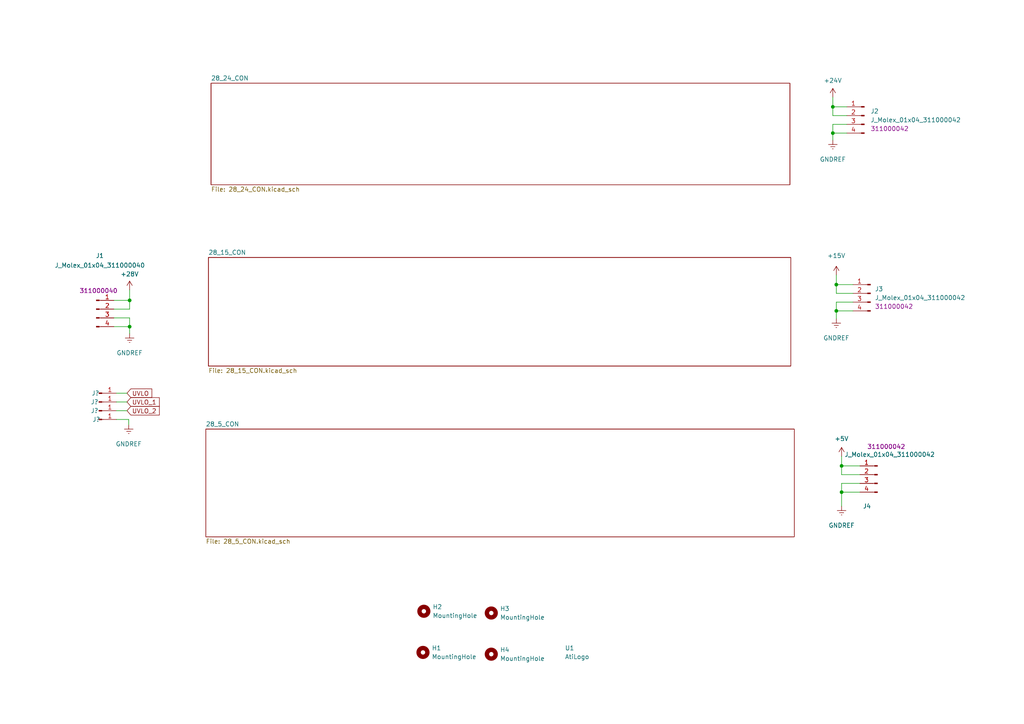
<source format=kicad_sch>
(kicad_sch (version 20211123) (generator eeschema)
  (paper "A4")
  (title_block (title "CON0100") (date "2023-01-10") (rev "V1.0") (company "Ati Motors Pvt Ltd") (comment 1 "Aslesh Kumar A & Soundhar") (comment 2 "Designed by") (comment 3 "Sudhir P ") (comment 4 "Reviewed by ") (comment 5 "Approved by") (comment 6 "Naveen"))
  (lib_symbols
    (symbol "Ati:AtiLogo" (pin_names (offset 1.016))
      (property "Reference" "U" (at 0 0 0))
      (property "Value" "AtiLogo" (at 0 0 0))
    )
    (symbol "Ati:J_Molex_01x04_311000040" (pin_names (offset 1.016) hide)
      (property "Reference" "J" (at 0 5.08 0))
      (property "Value" "J_Molex_01x04_311000040" (at 0 -7.62 0))
      (property "MPN" "311000040" (at 0 0 0))
      (symbol "J_Molex_01x04_311000040_1_1"
        (polyline (pts (xy 1.27 -5.08) (xy 0.8636 -5.08)) (stroke (width 0.1524)))
        (polyline (pts (xy 1.27 -2.54) (xy 0.8636 -2.54)) (stroke (width 0.1524)))
        (polyline (pts (xy 1.27 0) (xy 0.8636 0)) (stroke (width 0.1524)))
        (polyline (pts (xy 1.27 2.54) (xy 0.8636 2.54)) (stroke (width 0.1524)))
        (rectangle (start 0.8636 -4.953) (end 0 -5.207) (stroke (width 0.1524)) (fill (type outline)))
        (rectangle (start 0.8636 -2.413) (end 0 -2.667) (stroke (width 0.1524)) (fill (type outline)))
        (rectangle (start 0.8636 0.127) (end 0 -0.127) (stroke (width 0.1524)) (fill (type outline)))
        (rectangle (start 0.8636 2.667) (end 0 2.413) (stroke (width 0.1524)) (fill (type outline)))
        (pin passive line (at 5.08 2.54 180) (length 3.81) (name "Pin_1") (number "1"))
        (pin passive line (at 5.08 0 180) (length 3.81) (name "Pin_2") (number "2"))
        (pin passive line (at 5.08 -2.54 180) (length 3.81) (name "Pin_3") (number "3"))
        (pin passive line (at 5.08 -5.08 180) (length 3.81) (name "Pin_4") (number "4"))
      )
    )
    (symbol "Ati:J_Molex_01x04_311000042" (pin_names (offset 1.016) hide)
      (property "Reference" "J" (at 0 5.08 0))
      (property "Value" "J_Molex_01x04_311000042" (at 0 -7.62 0))
      (property "MPN" "311000042" (at 0 0 0))
      (symbol "J_Molex_01x04_311000042_1_1"
        (polyline (pts (xy 1.27 -5.08) (xy 0.8636 -5.08)) (stroke (width 0.1524)))
        (polyline (pts (xy 1.27 -2.54) (xy 0.8636 -2.54)) (stroke (width 0.1524)))
        (polyline (pts (xy 1.27 0) (xy 0.8636 0)) (stroke (width 0.1524)))
        (polyline (pts (xy 1.27 2.54) (xy 0.8636 2.54)) (stroke (width 0.1524)))
        (rectangle (start 0.8636 -4.953) (end 0 -5.207) (stroke (width 0.1524)) (fill (type outline)))
        (rectangle (start 0.8636 -2.413) (end 0 -2.667) (stroke (width 0.1524)) (fill (type outline)))
        (rectangle (start 0.8636 0.127) (end 0 -0.127) (stroke (width 0.1524)) (fill (type outline)))
        (rectangle (start 0.8636 2.667) (end 0 2.413) (stroke (width 0.1524)) (fill (type outline)))
        (pin passive line (at 5.08 2.54 180) (length 3.81) (name "Pin_1") (number "1"))
        (pin passive line (at 5.08 0 180) (length 3.81) (name "Pin_2") (number "2"))
        (pin passive line (at 5.08 -2.54 180) (length 3.81) (name "Pin_3") (number "3"))
        (pin passive line (at 5.08 -5.08 180) (length 3.81) (name "Pin_4") (number "4"))
      )
    )
    (symbol "Connector:Conn_01x01_Male" (pin_names (offset 1.016) hide)
      (property "Reference" "J" (at 0 2.54 0))
      (property "Value" "Conn_01x01_Male" (at 0 -2.54 0))
      (symbol "Conn_01x01_Male_1_1"
        (polyline (pts (xy 1.27 0) (xy 0.8636 0)) (stroke (width 0.1524)))
        (rectangle (start 0.8636 0.127) (end 0 -0.127) (stroke (width 0.1524)) (fill (type outline)))
        (pin passive line (at 5.08 0 180) (length 3.81) (name "Pin_1") (number "1"))
      )
    )
    (symbol "Mechanical:MountingHole" (pin_names (offset 1.016))
      (property "Reference" "H" (at 0 5.08 0))
      (property "Value" "MountingHole" (at 0 3.175 0))
      (symbol "MountingHole_0_1"
        (circle (center 0 0) (radius 1.27) (stroke (width 1.27)))
      )
    )
    (symbol "power:+15V" (power) (pin_names (offset 0))
      (property "Value" "+15V" (at 0 3.556 0))
      (symbol "+15V_0_1"
        (polyline (pts (xy -0.762 1.27) (xy 0 2.54)))
        (polyline (pts (xy 0 0) (xy 0 2.54)))
        (polyline (pts (xy 0 2.54) (xy 0.762 1.27)))
      )
      (symbol "+15V_1_1"
        (pin power_in line (at 0 0 90) (length 0) hide (name "+15V") (number "1"))
      )
    )
    (symbol "power:+24V" (power) (pin_names (offset 0))
      (property "Value" "+24V" (at 0 3.556 0))
      (symbol "+24V_0_1"
        (polyline (pts (xy -0.762 1.27) (xy 0 2.54)))
        (polyline (pts (xy 0 0) (xy 0 2.54)))
        (polyline (pts (xy 0 2.54) (xy 0.762 1.27)))
      )
      (symbol "+24V_1_1"
        (pin power_in line (at 0 0 90) (length 0) hide (name "+24V") (number "1"))
      )
    )
    (symbol "power:+28V" (power) (pin_names (offset 0))
      (property "Value" "+28V" (at 0 3.81 0))
      (symbol "+28V_0_1"
        (polyline (pts (xy -0.762 1.27) (xy 0 2.54)))
        (polyline (pts (xy 0 0) (xy 0 2.54)))
        (polyline (pts (xy 0 2.54) (xy 0.762 1.27)))
      )
      (symbol "+28V_1_1"
        (pin power_in line (at 0 0 90) (length 0) hide (name "+28V") (number "1"))
      )
    )
    (symbol "power:+5V" (power) (pin_names (offset 0))
      (property "Value" "+5V" (at 0 3.556 0))
      (symbol "+5V_0_1"
        (polyline (pts (xy -0.762 1.27) (xy 0 2.54)))
        (polyline (pts (xy 0 0) (xy 0 2.54)))
        (polyline (pts (xy 0 2.54) (xy 0.762 1.27)))
      )
      (symbol "+5V_1_1"
        (pin power_in line (at 0 0 90) (length 0) hide (name "+5V") (number "1"))
      )
    )
    (symbol "power:GNDREF" (power) (pin_names (offset 0))
      (property "Value" "GNDREF" (at 0 -3.81 0))
      (symbol "GNDREF_0_1"
        (polyline (pts (xy -0.635 -1.905) (xy 0.635 -1.905)))
        (polyline (pts (xy -0.127 -2.54) (xy 0.127 -2.54)))
        (polyline (pts (xy 0 -1.27) (xy 0 0)))
        (polyline (pts (xy 1.27 -1.27) (xy -1.27 -1.27)))
      )
      (symbol "GNDREF_1_1"
        (pin power_in line (at 0 0 270) (length 0) hide (name "GNDREF") (number "1"))
      )
    )
  )
  (junction (at 37.592 87.122))
  (junction (at 244.094 142.748))
  (junction (at 241.554 30.988))
  (junction (at 242.57 82.55))
  (junction (at 241.554 38.608))
  (junction (at 244.094 135.128))
  (junction (at 242.57 90.17))
  (junction (at 37.592 94.742))
  (wire (pts (xy 244.094 135.128) (xy 244.094 137.668)))
  (wire (pts (xy 242.57 90.17) (xy 242.57 92.456)))
  (wire (pts (xy 241.554 38.608) (xy 245.618 38.608)))
  (wire (pts (xy 241.554 28.194) (xy 241.554 30.988)))
  (wire (pts (xy 244.094 142.748) (xy 249.428 142.748)))
  (wire (pts (xy 37.592 89.662) (xy 37.592 87.122)))
  (wire (pts (xy 241.554 36.068) (xy 241.554 38.608)))
  (wire (pts (xy 33.782 119.126) (xy 36.83 119.126)))
  (wire (pts (xy 37.592 94.742) (xy 37.592 96.774)))
  (wire (pts (xy 33.782 121.666) (xy 37.338 121.666)))
  (wire (pts (xy 37.592 92.202) (xy 37.592 94.742)))
  (wire (pts (xy 33.02 87.122) (xy 37.592 87.122)))
  (wire (pts (xy 247.396 82.55) (xy 242.57 82.55)))
  (wire (pts (xy 242.57 90.17) (xy 247.396 90.17)))
  (wire (pts (xy 33.02 94.742) (xy 37.592 94.742)))
  (wire (pts (xy 33.782 116.586) (xy 36.83 116.586)))
  (wire (pts (xy 244.094 137.668) (xy 249.428 137.668)))
  (wire (pts (xy 244.094 132.334) (xy 244.094 135.128)))
  (wire (pts (xy 37.592 87.122) (xy 37.592 84.074)))
  (wire (pts (xy 33.02 92.202) (xy 37.592 92.202)))
  (wire (pts (xy 244.094 135.128) (xy 249.428 135.128)))
  (wire (pts (xy 33.02 89.662) (xy 37.592 89.662)))
  (wire (pts (xy 244.094 140.208) (xy 244.094 142.748)))
  (wire (pts (xy 241.554 36.068) (xy 245.618 36.068)))
  (wire (pts (xy 241.554 30.988) (xy 245.618 30.988)))
  (wire (pts (xy 244.094 140.208) (xy 249.428 140.208)))
  (wire (pts (xy 242.57 79.756) (xy 242.57 82.55)))
  (wire (pts (xy 242.57 85.09) (xy 247.396 85.09)))
  (wire (pts (xy 244.094 142.748) (xy 244.094 146.812)))
  (wire (pts (xy 241.554 33.528) (xy 245.618 33.528)))
  (wire (pts (xy 241.554 38.608) (xy 241.554 40.64)))
  (wire (pts (xy 242.57 87.63) (xy 247.396 87.63)))
  (wire (pts (xy 242.57 87.63) (xy 242.57 90.17)))
  (wire (pts (xy 37.338 123.19) (xy 37.338 121.666)))
  (wire (pts (xy 241.554 33.528) (xy 241.554 30.988)))
  (wire (pts (xy 242.57 82.55) (xy 242.57 85.09)))
  (wire (pts (xy 33.782 114.046) (xy 36.83 114.046)))
  (global_label "UVLO_2" (shape input) (at 36.83 119.126 0) (property "Intersheet References" "${INTERSHEET_REFS}" (effects hide)))
  (global_label "UVLO" (shape input) (at 36.83 114.046 0) (property "Intersheet References" "${INTERSHEET_REFS}" (effects hide)))
  (global_label "UVLO_1" (shape input) (at 36.83 116.586 0) (property "Intersheet References" "${INTERSHEET_REFS}" (effects hide)))
  (symbol (lib_id "power:GNDREF") (at 244.094 146.812 0) (unit 1)
    (property "Reference" "#PWR08" (effects hide))
    (property "Value" "GNDREF" (at 244.094 152.4 0))
  )
  (symbol (lib_id "Ati:AtiLogo") (at 162.814 189.23 0) (unit 1)
    (property "Reference" "U1" (at 163.83 187.9599 0) (effects (justify left)))
    (property "Value" "AtiLogo" (at 163.83 190.4999 0) (effects (justify left)))
    (property "Footprint" "ATI:atilogo_19.06_10.16mm" (effects hide))
  )
  (symbol (lib_id "power:GNDREF") (at 242.57 92.456 0) (unit 1)
    (property "Reference" "#PWR06" (effects hide))
    (property "Value" "GNDREF" (at 242.57 98.044 0))
  )
  (symbol (lib_id "Ati:J_Molex_01x04_311000042") (at 254.508 137.668 0) (mirror y) (unit 1)
    (property "Reference" "J4" (at 251.46 146.812 0))
    (property "Value" "J_Molex_01x04_311000042" (at 258.064 131.826 0))
    (property "Footprint" "ATI:Molex_311000042_4pos_1row_2.54mm_PolC" (effects hide))
    (property "Manufacturer" "Molex" (effects hide))
    (property "MPN" "311000042" (at 257.048 129.54 0))
  )
  (symbol (lib_id "power:+5V") (at 244.094 132.334 0) (unit 1)
    (property "Reference" "#PWR07" (effects hide))
    (property "Value" "+5V" (at 244.094 127.254 0))
  )
  (symbol (lib_id "Ati:J_Molex_01x04_311000042") (at 252.476 85.09 0) (mirror y) (unit 1)
    (property "Reference" "J3" (at 253.746 83.8199 0) (effects (justify right)))
    (property "Value" "J_Molex_01x04_311000042" (at 253.746 86.3599 0) (effects (justify right)))
    (property "Footprint" "ATI:Molex_311000042_4pos_1row_2.54mm_PolC" (effects hide))
    (property "Manufacturer" "Molex" (effects hide))
    (property "MPN" "311000042" (at 253.746 88.8999 0) (effects (justify right)))
  )
  (symbol (lib_id "Ati:J_Molex_01x04_311000040") (at 27.94 89.662 0) (unit 1)
    (property "Reference" "J1" (at 28.956 74.168 0))
    (property "Value" "J_Molex_01x04_311000040" (at 28.956 76.962 0))
    (property "Footprint" "ATI:Molex_311000040_4pos_1row_2.54mm_PolA" (effects hide))
    (property "Manufacturer" "Molex" (effects hide))
    (property "MPN" "311000040" (at 28.575 84.328 0))
  )
  (symbol (lib_id "Mechanical:MountingHole") (at 142.494 177.8 0) (unit 1)
    (property "Reference" "H3" (at 145.034 176.5299 0) (effects (justify left)))
    (property "Value" "MountingHole" (at 145.034 179.0699 0) (effects (justify left)))
    (property "Footprint" "MountingHole:MountingHole_3.5mm" (effects hide))
  )
  (symbol (lib_id "Mechanical:MountingHole") (at 122.682 189.23 0) (unit 1)
    (property "Reference" "H1" (at 125.222 187.9599 0) (effects (justify left)))
    (property "Value" "MountingHole" (at 125.222 190.4999 0) (effects (justify left)))
    (property "Footprint" "MountingHole:MountingHole_3.5mm" (effects hide))
  )
  (symbol (lib_id "Mechanical:MountingHole") (at 122.936 177.292 0) (unit 1)
    (property "Reference" "H2" (at 125.476 176.0219 0) (effects (justify left)))
    (property "Value" "MountingHole" (at 125.476 178.5619 0) (effects (justify left)))
    (property "Footprint" "MountingHole:MountingHole_3.5mm" (effects hide))
  )
  (symbol (lib_id "power:+15V") (at 242.57 79.756 0) (unit 1)
    (property "Reference" "#PWR05" (effects hide))
    (property "Value" "+15V" (at 242.57 74.168 0))
  )
  (symbol (lib_id "power:GNDREF") (at 241.554 40.64 0) (unit 1)
    (property "Reference" "#PWR04" (effects hide))
    (property "Value" "GNDREF" (at 241.554 46.228 0))
  )
  (symbol (lib_id "power:+28V") (at 37.592 84.074 0) (unit 1)
    (property "Reference" "#PWR01" (effects hide))
    (property "Value" "+28V" (at 37.592 79.502 0))
  )
  (symbol (lib_id "Connector:Conn_01x01_Male") (at 28.702 114.046 0) (unit 1)
    (property "Reference" "J?" (at 27.686 114.046 0))
    (property "Value" "Conn_01x01_Male" (effects hide))
  )
  (symbol (lib_id "Connector:Conn_01x01_Male") (at 28.702 119.126 0) (unit 1)
    (property "Reference" "J?" (at 27.432 119.126 0))
    (property "Value" "Conn_01x01_Male" (effects hide))
  )
  (symbol (lib_id "Ati:J_Molex_01x04_311000042") (at 250.698 33.528 0) (mirror y) (unit 1)
    (property "Reference" "J2" (at 252.476 32.2579 0) (effects (justify right)))
    (property "Value" "J_Molex_01x04_311000042" (at 252.476 34.7979 0) (effects (justify right)))
    (property "Footprint" "ATI:Molex_311000042_4pos_1row_2.54mm_PolC" (effects hide))
    (property "Manufacturer" "Molex" (effects hide))
    (property "MPN" "311000042" (at 252.476 37.3379 0) (effects (justify right)))
  )
  (symbol (lib_id "Connector:Conn_01x01_Male") (at 28.702 121.666 0) (unit 1)
    (property "Reference" "J?" (at 27.94 121.666 0))
    (property "Value" "Conn_01x01_Male" (effects hide))
  )
  (symbol (lib_id "power:GNDREF") (at 37.338 123.19 0) (unit 1)
    (property "Reference" "#PWR?" (effects hide))
    (property "Value" "GNDREF" (at 37.338 128.778 0))
  )
  (symbol (lib_id "power:GNDREF") (at 37.592 96.774 0) (unit 1)
    (property "Reference" "#PWR02" (effects hide))
    (property "Value" "GNDREF" (at 37.592 102.362 0))
  )
  (symbol (lib_id "power:+24V") (at 241.554 28.194 0) (unit 1)
    (property "Reference" "#PWR03" (effects hide))
    (property "Value" "+24V" (at 241.554 23.368 0))
  )
  (symbol (lib_id "Connector:Conn_01x01_Male") (at 28.702 116.586 0) (unit 1)
    (property "Reference" "J?" (at 27.432 116.586 0))
    (property "Value" "Conn_01x01_Male" (effects hide))
  )
  (symbol (lib_id "Mechanical:MountingHole") (at 142.494 189.738 0) (unit 1)
    (property "Reference" "H4" (at 145.034 188.4679 0) (effects (justify left)))
    (property "Value" "MountingHole" (at 145.034 191.0079 0) (effects (justify left)))
    (property "Footprint" "MountingHole:MountingHole_3.5mm" (effects hide))
  )
  (sheet (at 61.214 24.13) (size 167.894 29.464) (stroke (width 0.1524))
    (property "Sheet name" "28_24_CON" (at 61.214 23.4184 0) (effects (justify left bottom)))
    (property "Sheet file" "28_24_CON.kicad_sch" (at 61.214 54.1786 0) (effects (justify left top)))
  )
  (sheet (at 60.452 74.676) (size 168.91 31.496) (stroke (width 0.1524))
    (property "Sheet name" "28_15_CON" (at 60.452 73.9644 0) (effects (justify left bottom)))
    (property "Sheet file" "28_15_CON.kicad_sch" (at 60.452 106.7566 0) (effects (justify left top)))
  )
  (sheet (at 59.69 124.46) (size 170.688 31.242) (stroke (width 0.1524))
    (property "Sheet name" "28_5_CON" (at 59.69 123.7484 0) (effects (justify left bottom)))
    (property "Sheet file" "28_5_CON.kicad_sch" (at 59.69 156.2866 0) (effects (justify left top)))
  )
)
</source>
